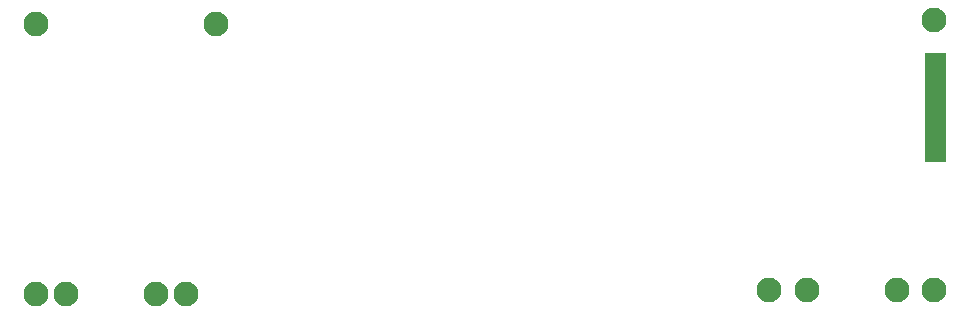
<source format=gbs>
G04 Layer: BottomSolderMaskLayer*
G04 EasyEDA Pro v1.7.27, 2022-08-27 15:43:47*
G04 Gerber Generator version 0.3*
G04 Scale: 100 percent, Rotated: No, Reflected: No*
G04 Dimensions in millimeters*
G04 Leading zeros omitted, absolute positions, 3 integers and 3 decimals*
%FSLAX33Y33*%
%MOMM*%
%ADD10C,0.00508*%
%ADD11C,2.101601*%
%ADD12C,2.101596*%
G75*


G04 Rect Start*
G36*
G01X86346Y26362D02*
G01X86346Y17218D01*
G01X87997D01*
G01Y26362D01*
G01X86346D01*
G37*
G54D10*
G01X86346Y26362D02*
G01X86346Y17218D01*
G01X87997D01*
G01Y26362D01*
G01X86346D01*
G04 Rect End*

G04 Pad Start*
G54D11*
G01X26268Y28807D03*
G01X11028Y28807D03*
G01X11028Y5947D03*
G01X13568Y5947D03*
G01X21188Y5947D03*
G01X23728Y5947D03*
G54D12*
G01X73131Y6328D03*
G01X87101Y6328D03*
G01X87101Y29188D03*
G01X83926Y6328D03*
G01X76306Y6328D03*
G04 Pad End*

M02*

</source>
